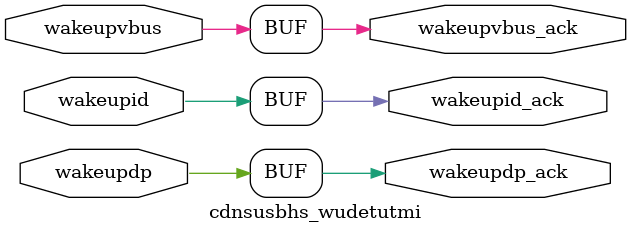
<source format=v>




`include "cdnsusbhs_cusb2_defines.v"



module cdnsusbhs_wudetutmi
  (



  wakeupid,
  wakeupid_ack,

  wakeupdp,
  wakeupdp_ack,

  wakeupvbus,
  wakeupvbus_ack
  );




  input                                wakeupid;
  output                               wakeupid_ack;
  wire                                 wakeupid_ack;

  input                                wakeupdp;
  output                               wakeupdp_ack;
  wire                                 wakeupdp_ack;

  input                                wakeupvbus;
  output                               wakeupvbus_ack;
  wire                                 wakeupvbus_ack;



  assign wakeupid_ack   = wakeupid;



  assign wakeupdp_ack   = wakeupdp;



  assign wakeupvbus_ack = wakeupvbus;

endmodule

</source>
